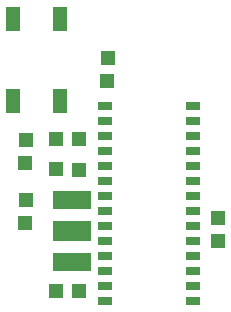
<source format=gbr>
%FSTAX24Y24*%
%MOIN*%
%IN /Users/danny/Documents/edesigns/square_inch/GerberFiles/SPASTE1.GBR *%
%ADD10R,0.0472X0.0787*%
%ADD11R,0.0500X0.0250*%
%ADD12R,0.0500X0.0500*%
%ADD13R,0.1260X0.0591*%
%ADD14R,0.1260X0.0669*%
D12*X008297Y002183D03*D11*X007448Y002193D03*X004528Y003193D03*D10*
X003025Y0096D03*D12*X004606Y00752D03*D11*X004528Y006693D03*D10*
X00145Y0096D03*Y006844D03*X003025D03*D12*X004616Y00829D03*
X00189Y005551D03*X002891Y005601D03*X003661Y004567D03*D11*
X004528Y005693D03*D12*X003661Y005591D03*D11*X004528Y006193D03*
X007448Y003193D03*Y003693D03*Y004193D03*Y005693D03*Y006693D03*
X004528Y005193D03*Y004693D03*Y004193D03*Y003693D03*Y002693D03*D13*
X003425Y003543D03*D11*X004528Y002193D03*D13*X003425Y001496D03*D11*
X007448Y001693D03*X004528D03*Y001193D03*Y000193D03*D14*
X003425Y00252D03*D12*X00189Y003543D03*X00188Y004781D03*
X002891Y000522D03*X00188Y002773D03*X002891Y004577D03*D11*
X007448Y006193D03*X004528Y000693D03*D12*X003661Y000512D03*D11*
X007448Y005193D03*Y004693D03*Y001193D03*Y000693D03*Y000193D03*
Y002693D03*D12*X008307Y002953D03*
M02*
</source>
